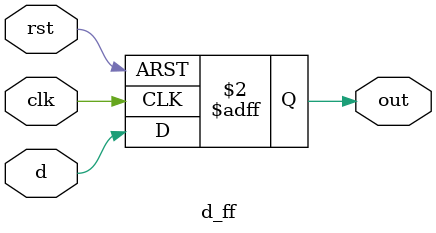
<source format=v>
module d_ff(clk , rst , d, out);
input clk , rst , d;
output reg out;

always @(posedge clk or posedge rst)
begin

if (rst)
begin
out <= 1;
end

else
begin
out <= d;
end

end
endmodule

</source>
